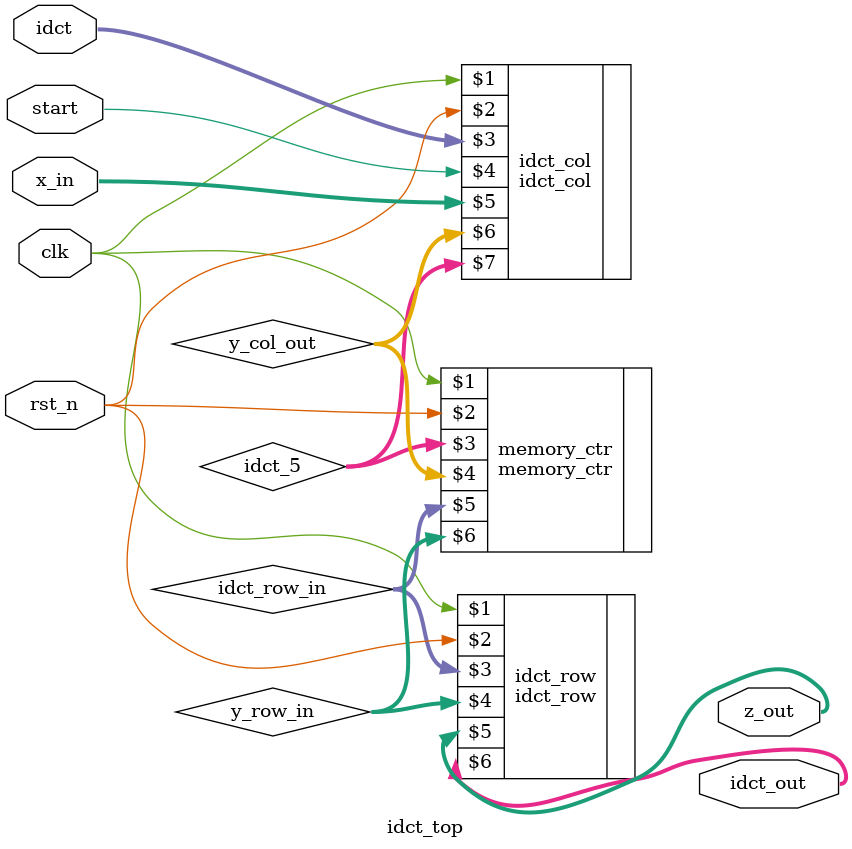
<source format=v>
module idct_top
(   input clk,
	input rst_n,
	input [1:0] idct,
	input start,
	input  signed [15:0] x_in,
	output signed [15:0] z_out,
	output [1:0] idct_out
);
wire [15:0] y_col_out, y_row_in;
wire [1:0] idct_5, idct_row_in;

idct_col idct_col(clk, rst_n, idct, start, x_in, y_col_out, idct_5);
memory_ctr memory_ctr(clk, rst_n, idct_5, y_col_out, idct_row_in, y_row_in);
idct_row idct_row(clk, rst_n, idct_row_in, y_row_in, z_out, idct_out);

endmodule



</source>
